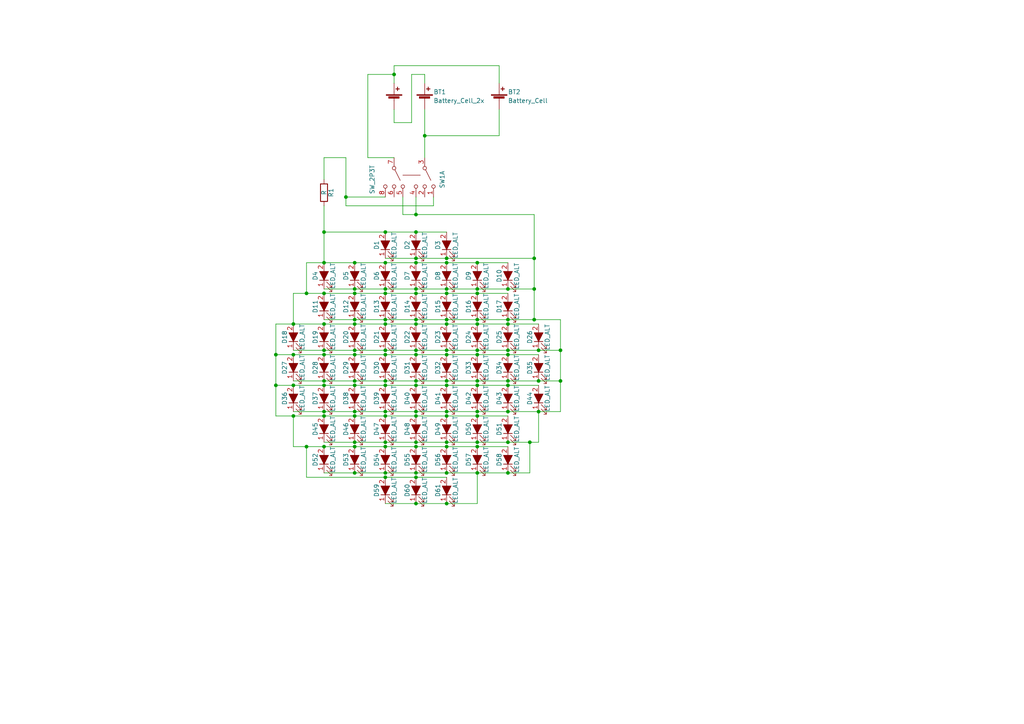
<source format=kicad_sch>
(kicad_sch (version 20231120) (generator "eeschema") (generator_version "8.0")
  (paper "A4")
  (lib_symbols
    (symbol "BitBadge-rescue:Battery_Cell" (pin_numbers hide) (pin_names (offset 0) hide)
      (property "Reference" "BT" (at 2.54 2.54 0))
      (property "Value" "Battery_Cell" (at 2.54 0 0))
      (symbol "Battery_Cell_0_1"
        (rectangle (start -2.286 1.778) (end 2.286 1.524) (fill (type outline)))
        (rectangle (start -1.5748 1.1938) (end 1.4732 0.6858) (fill (type outline)))
        (polyline (pts (xy 0 0.762) (xy 0 0)))
        (polyline (pts (xy 0 1.778) (xy 0 2.54)))
        (polyline (pts (xy 0.508 3.429) (xy 1.524 3.429)) (stroke (width 0.254)))
        (polyline (pts (xy 1.016 3.937) (xy 1.016 2.921)) (stroke (width 0.254)))
      )
      (symbol "Battery_Cell_1_1"
        (pin passive line (at 0 5.08 270) (length 2.54) (name "+") (number "1"))
        (pin passive line (at 0 -2.54 90) (length 2.54) (name "-") (number "2"))
      )
    )
    (symbol "BitBadge-rescue:Battery_Cell_2x" (pin_numbers hide) (pin_names (offset 0) hide)
      (property "Reference" "BT" (at 2.54 2.54 0))
      (property "Value" "Battery_Cell_2x" (at 2.54 0 0))
      (symbol "Battery_Cell_2x_0_1"
        (rectangle (start -11.176 1.778) (end -6.604 1.524) (fill (type outline)))
        (rectangle (start -10.4648 1.1938) (end -7.4168 0.6858) (fill (type outline)))
        (rectangle (start -2.286 1.778) (end 2.286 1.524) (fill (type outline)))
        (rectangle (start -1.5748 1.1938) (end 1.4732 0.6858) (fill (type outline)))
        (polyline (pts (xy -8.89 0.762) (xy -8.89 0)))
        (polyline (pts (xy -8.89 1.778) (xy -8.89 2.54)))
        (polyline (pts (xy -8.382 3.429) (xy -7.366 3.429)) (stroke (width 0.254)))
        (polyline (pts (xy -7.874 3.937) (xy -7.874 2.921)) (stroke (width 0.254)))
        (polyline (pts (xy 0 0.762) (xy 0 0)))
        (polyline (pts (xy 0 1.778) (xy 0 2.54)))
        (polyline (pts (xy 0.508 3.429) (xy 1.524 3.429)) (stroke (width 0.254)))
        (polyline (pts (xy 1.016 3.937) (xy 1.016 2.921)) (stroke (width 0.254)))
      )
      (symbol "Battery_Cell_2x_1_1"
        (pin passive line (at -8.89 5.08 270) (length 2.54) (name "+") (number "1"))
        (pin passive line (at -8.89 -2.54 90) (length 2.54) (name "-") (number "2"))
        (pin passive line (at 0 5.08 270) (length 2.54) (name "+") (number "3"))
        (pin passive line (at 0 -2.54 90) (length 2.54) (name "-") (number "4"))
      )
    )
    (symbol "BitBadge-rescue:LED_ALT" (pin_names (offset 1.016) hide)
      (property "Reference" "D" (at 0 2.54 0))
      (property "Value" "LED_ALT" (at 0 -2.54 0))
      (symbol "LED_ALT_0_1"
        (polyline (pts (xy -1.27 -1.27) (xy -1.27 1.27)) (stroke (width 0.2032)))
        (polyline (pts (xy -1.27 0) (xy 1.27 0)))
        (polyline (pts (xy 1.27 -1.27) (xy 1.27 1.27) (xy -1.27 0) (xy 1.27 -1.27)) (stroke (width 0.2032)) (fill (type outline)))
        (polyline (pts (xy -3.048 -0.762) (xy -4.572 -2.286) (xy -3.81 -2.286) (xy -4.572 -2.286) (xy -4.572 -1.524)))
        (polyline (pts (xy -1.778 -0.762) (xy -3.302 -2.286) (xy -2.54 -2.286) (xy -3.302 -2.286) (xy -3.302 -1.524)))
      )
      (symbol "LED_ALT_1_1"
        (pin passive line (at -3.81 0 0) (length 2.54) (name "K") (number "1"))
        (pin passive line (at 3.81 0 180) (length 2.54) (name "A") (number "2"))
      )
    )
    (symbol "BitBadge-rescue:R" (pin_numbers hide) (pin_names (offset 0))
      (property "Reference" "R" (at 2.032 0 90))
      (property "Value" "R" (at 0 0 90))
      (symbol "R_0_1"
        (rectangle (start -1.016 -2.54) (end 1.016 2.54) (stroke (width 0.254)))
      )
      (symbol "R_1_1"
        (pin passive line (at 0 3.81 270) (length 1.27) (name "~") (number "1"))
        (pin passive line (at 0 -3.81 90) (length 1.27) (name "~") (number "2"))
      )
    )
    (symbol "BitBadge-rescue:SW_2P3T" (pin_names (offset 0) hide)
      (property "Reference" "SW" (at 1.27 12.7 0))
      (property "Value" "SW_2P3T" (at 1.27 -7.62 0))
      (symbol "SW_2P3T_0_0"
        (circle (center -2.032 -1.27) (radius 0.508))
        (circle (center -2.032 7.62) (radius 0.508))
        (polyline (pts (xy -1.524 -1.016) (xy 1.524 0.508)))
        (polyline (pts (xy -1.524 7.874) (xy 1.524 9.398)))
        (circle (center 3.302 -3.81) (radius 0.508))
        (circle (center 3.302 -1.27) (radius 0.508))
        (circle (center 3.302 1.27) (radius 0.508))
        (circle (center 3.302 5.08) (radius 0.508))
        (circle (center 3.302 7.62) (radius 0.508))
        (circle (center 3.302 10.16) (radius 0.508))
      )
      (symbol "SW_2P3T_0_1"
        (polyline (pts (xy 0 6.35) (xy 0 1.27)))
      )
      (symbol "SW_2P3T_1_1"
        (pin passive line (at 6.35 10.16 180) (length 2.54) (name "1") (number "1"))
        (pin passive line (at 6.35 7.62 180) (length 2.54) (name "B") (number "2"))
        (pin passive line (at -5.08 7.62 0) (length 2.54) (name "3") (number "3"))
        (pin passive line (at 6.35 5.08 180) (length 2.54) (name "4") (number "4"))
        (pin passive line (at 6.35 1.27 180) (length 2.54) (name "5") (number "5"))
        (pin passive line (at 6.35 -1.27 180) (length 2.54) (name "6") (number "6"))
        (pin passive line (at -5.08 -1.27 0) (length 2.54) (name "7") (number "7"))
        (pin passive line (at 6.35 -3.81 180) (length 2.54) (name "8") (number "8"))
      )
      (symbol "SW_2P3T_2_1"
        (pin passive line (at -5.08 7.62 0) (length 2.54) (name "3") (number "3"))
        (pin passive line (at -5.08 -1.27 0) (length 2.54) (name "7") (number "3"))
        (pin passive line (at 6.35 10.16 180) (length 2.54) (name "1") (number "4"))
        (pin passive line (at 6.35 5.08 180) (length 2.54) (name "4") (number "4"))
        (pin passive line (at 6.35 1.27 180) (length 2.54) (name "5") (number "4"))
        (pin passive line (at 6.35 -1.27 180) (length 2.54) (name "6") (number "4"))
        (pin passive line (at 6.35 -3.81 180) (length 2.54) (name "8") (number "4"))
        (pin input line (at 6.35 7.62 180) (length 2.54) (name "B") (number "4"))
      )
    )
  )
  (junction (at 156.21 119.38))
  (junction (at 129.54 76.2))
  (junction (at 93.98 76.2))
  (junction (at 111.76 85.09))
  (junction (at 138.43 102.87))
  (junction (at 153.67 128.27))
  (junction (at 102.87 83.82))
  (junction (at 85.09 111.76))
  (junction (at 129.54 110.49))
  (junction (at 102.87 85.09))
  (junction (at 102.87 120.65))
  (junction (at 120.65 119.38))
  (junction (at 129.54 93.98))
  (junction (at 120.65 146.05))
  (junction (at 111.76 92.71))
  (junction (at 120.65 101.6))
  (junction (at 120.65 128.27))
  (junction (at 120.65 138.43))
  (junction (at 138.43 85.09))
  (junction (at 102.87 76.2))
  (junction (at 138.43 120.65))
  (junction (at 147.32 101.6))
  (junction (at 93.98 93.98))
  (junction (at 138.43 129.54))
  (junction (at 129.54 83.82))
  (junction (at 93.98 129.54))
  (junction (at 93.98 85.09))
  (junction (at 138.43 137.16))
  (junction (at 120.65 120.65))
  (junction (at 80.01 102.87))
  (junction (at 162.56 101.6))
  (junction (at 123.19 39.37))
  (junction (at 85.09 102.87))
  (junction (at 154.94 74.93))
  (junction (at 88.9 129.54))
  (junction (at 147.32 102.87))
  (junction (at 129.54 102.87))
  (junction (at 129.54 101.6))
  (junction (at 147.32 119.38))
  (junction (at 120.65 76.2))
  (junction (at 85.09 93.98))
  (junction (at 156.21 101.6))
  (junction (at 147.32 111.76))
  (junction (at 138.43 101.6))
  (junction (at 138.43 83.82))
  (junction (at 154.94 92.71))
  (junction (at 111.76 76.2))
  (junction (at 102.87 119.38))
  (junction (at 111.76 83.82))
  (junction (at 111.76 119.38))
  (junction (at 102.87 92.71))
  (junction (at 102.87 129.54))
  (junction (at 147.32 110.49))
  (junction (at 102.87 137.16))
  (junction (at 154.94 83.82))
  (junction (at 120.65 102.87))
  (junction (at 102.87 102.87))
  (junction (at 93.98 110.49))
  (junction (at 156.21 110.49))
  (junction (at 129.54 119.38))
  (junction (at 120.65 67.31))
  (junction (at 120.65 92.71))
  (junction (at 102.87 128.27))
  (junction (at 100.33 57.15))
  (junction (at 129.54 111.76))
  (junction (at 147.32 128.27))
  (junction (at 111.76 129.54))
  (junction (at 147.32 83.82))
  (junction (at 138.43 92.71))
  (junction (at 120.65 62.23))
  (junction (at 120.65 111.76))
  (junction (at 138.43 119.38))
  (junction (at 120.65 93.98))
  (junction (at 93.98 119.38))
  (junction (at 120.65 74.93))
  (junction (at 111.76 120.65))
  (junction (at 162.56 110.49))
  (junction (at 102.87 101.6))
  (junction (at 129.54 92.71))
  (junction (at 120.65 83.82))
  (junction (at 111.76 128.27))
  (junction (at 138.43 76.2))
  (junction (at 138.43 111.76))
  (junction (at 129.54 85.09))
  (junction (at 93.98 101.6))
  (junction (at 129.54 129.54))
  (junction (at 111.76 102.87))
  (junction (at 120.65 129.54))
  (junction (at 147.32 93.98))
  (junction (at 129.54 137.16))
  (junction (at 129.54 128.27))
  (junction (at 111.76 67.31))
  (junction (at 111.76 137.16))
  (junction (at 111.76 110.49))
  (junction (at 147.32 137.16))
  (junction (at 111.76 93.98))
  (junction (at 138.43 110.49))
  (junction (at 138.43 93.98))
  (junction (at 120.65 85.09))
  (junction (at 111.76 138.43))
  (junction (at 111.76 111.76))
  (junction (at 120.65 137.16))
  (junction (at 147.32 92.71))
  (junction (at 88.9 85.09))
  (junction (at 129.54 146.05))
  (junction (at 102.87 111.76))
  (junction (at 102.87 93.98))
  (junction (at 111.76 101.6))
  (junction (at 138.43 128.27))
  (junction (at 129.54 74.93))
  (junction (at 80.01 111.76))
  (junction (at 93.98 111.76))
  (junction (at 129.54 120.65))
  (junction (at 85.09 120.65))
  (junction (at 120.65 110.49))
  (junction (at 93.98 67.31))
  (junction (at 102.87 110.49))
  (junction (at 93.98 102.87))
  (junction (at 93.98 120.65))
  (junction (at 114.3 21.59))
  (wire (pts (xy 111.76 74.93) (xy 120.65 74.93)))
  (wire (pts (xy 106.68 45.72) (xy 106.68 21.59)))
  (wire (pts (xy 120.65 76.2) (xy 129.54 76.2)))
  (wire (pts (xy 93.98 76.2) (xy 102.87 76.2)))
  (wire (pts (xy 119.38 35.56) (xy 119.38 21.59)))
  (wire (pts (xy 129.54 83.82) (xy 120.65 83.82)))
  (wire (pts (xy 85.09 85.09) (xy 88.9 85.09)))
  (wire (pts (xy 116.84 57.15) (xy 116.84 62.23)))
  (wire (pts (xy 102.87 102.87) (xy 111.76 102.87)))
  (wire (pts (xy 129.54 128.27) (xy 138.43 128.27)))
  (wire (pts (xy 111.76 57.15) (xy 100.33 57.15)))
  (wire (pts (xy 114.3 19.05) (xy 144.78 19.05)))
  (wire (pts (xy 156.21 128.27) (xy 156.21 119.38)))
  (wire (pts (xy 144.78 31.75) (xy 144.78 39.37)))
  (wire (pts (xy 102.87 110.49) (xy 93.98 110.49)))
  (wire (pts (xy 120.65 57.15) (xy 120.65 62.23)))
  (wire (pts (xy 123.19 31.75) (xy 123.19 39.37)))
  (wire (pts (xy 93.98 45.72) (xy 93.98 52.07)))
  (wire (pts (xy 120.65 129.54) (xy 129.54 129.54)))
  (wire (pts (xy 93.98 129.54) (xy 102.87 129.54)))
  (wire (pts (xy 129.54 120.65) (xy 138.43 120.65)))
  (wire (pts (xy 100.33 45.72) (xy 93.98 45.72)))
  (wire (pts (xy 111.76 120.65) (xy 120.65 120.65)))
  (wire (pts (xy 111.76 146.05) (xy 120.65 146.05)))
  (wire (pts (xy 114.3 35.56) (xy 119.38 35.56)))
  (wire (pts (xy 111.76 119.38) (xy 102.87 119.38)))
  (wire (pts (xy 129.54 111.76) (xy 138.43 111.76)))
  (wire (pts (xy 147.32 128.27) (xy 153.67 128.27)))
  (wire (pts (xy 111.76 101.6) (xy 120.65 101.6)))
  (wire (pts (xy 120.65 62.23) (xy 154.94 62.23)))
  (wire (pts (xy 162.56 92.71) (xy 162.56 101.6)))
  (wire (pts (xy 120.65 110.49) (xy 111.76 110.49)))
  (wire (pts (xy 93.98 101.6) (xy 102.87 101.6)))
  (wire (pts (xy 85.09 120.65) (xy 93.98 120.65)))
  (wire (pts (xy 111.76 76.2) (xy 120.65 76.2)))
  (wire (pts (xy 88.9 76.2) (xy 93.98 76.2)))
  (wire (pts (xy 147.32 111.76) (xy 156.21 111.76)))
  (wire (pts (xy 138.43 102.87) (xy 147.32 102.87)))
  (wire (pts (xy 153.67 137.16) (xy 153.67 128.27)))
  (wire (pts (xy 93.98 67.31) (xy 93.98 76.2)))
  (wire (pts (xy 147.32 110.49) (xy 138.43 110.49)))
  (wire (pts (xy 111.76 128.27) (xy 120.65 128.27)))
  (wire (pts (xy 120.65 92.71) (xy 129.54 92.71)))
  (wire (pts (xy 138.43 129.54) (xy 147.32 129.54)))
  (wire (pts (xy 120.65 74.93) (xy 129.54 74.93)))
  (wire (pts (xy 123.19 21.59) (xy 123.19 24.13)))
  (wire (pts (xy 114.3 19.05) (xy 114.3 21.59)))
  (wire (pts (xy 120.65 128.27) (xy 129.54 128.27)))
  (wire (pts (xy 147.32 137.16) (xy 153.67 137.16)))
  (wire (pts (xy 93.98 137.16) (xy 102.87 137.16)))
  (wire (pts (xy 88.9 129.54) (xy 93.98 129.54)))
  (wire (pts (xy 129.54 110.49) (xy 120.65 110.49)))
  (wire (pts (xy 88.9 138.43) (xy 111.76 138.43)))
  (wire (pts (xy 129.54 85.09) (xy 138.43 85.09)))
  (wire (pts (xy 85.09 129.54) (xy 85.09 120.65)))
  (wire (pts (xy 111.76 110.49) (xy 102.87 110.49)))
  (wire (pts (xy 154.94 83.82) (xy 154.94 92.71)))
  (wire (pts (xy 111.76 93.98) (xy 120.65 93.98)))
  (wire (pts (xy 88.9 138.43) (xy 88.9 129.54)))
  (wire (pts (xy 80.01 120.65) (xy 85.09 120.65)))
  (wire (pts (xy 120.65 83.82) (xy 111.76 83.82)))
  (wire (pts (xy 80.01 111.76) (xy 85.09 111.76)))
  (wire (pts (xy 125.73 57.15) (xy 125.73 59.69)))
  (wire (pts (xy 154.94 74.93) (xy 154.94 83.82)))
  (wire (pts (xy 80.01 93.98) (xy 80.01 102.87)))
  (wire (pts (xy 93.98 128.27) (xy 102.87 128.27)))
  (wire (pts (xy 125.73 59.69) (xy 100.33 59.69)))
  (wire (pts (xy 120.65 138.43) (xy 129.54 138.43)))
  (wire (pts (xy 129.54 137.16) (xy 138.43 137.16)))
  (wire (pts (xy 138.43 146.05) (xy 138.43 137.16)))
  (wire (pts (xy 144.78 19.05) (xy 144.78 24.13)))
  (wire (pts (xy 93.98 110.49) (xy 85.09 110.49)))
  (wire (pts (xy 106.68 21.59) (xy 114.3 21.59)))
  (wire (pts (xy 129.54 92.71) (xy 138.43 92.71)))
  (wire (pts (xy 100.33 57.15) (xy 100.33 59.69)))
  (wire (pts (xy 156.21 101.6) (xy 162.56 101.6)))
  (wire (pts (xy 114.3 31.75) (xy 114.3 35.56)))
  (wire (pts (xy 93.98 102.87) (xy 102.87 102.87)))
  (wire (pts (xy 102.87 128.27) (xy 111.76 128.27)))
  (wire (pts (xy 111.76 102.87) (xy 120.65 102.87)))
  (wire (pts (xy 102.87 92.71) (xy 111.76 92.71)))
  (wire (pts (xy 106.68 45.72) (xy 114.3 45.72)))
  (wire (pts (xy 119.38 21.59) (xy 123.19 21.59)))
  (wire (pts (xy 88.9 85.09) (xy 93.98 85.09)))
  (wire (pts (xy 120.65 67.31) (xy 129.54 67.31)))
  (wire (pts (xy 100.33 45.72) (xy 100.33 57.15)))
  (wire (pts (xy 147.32 93.98) (xy 156.21 93.98)))
  (wire (pts (xy 111.76 111.76) (xy 120.65 111.76)))
  (wire (pts (xy 120.65 146.05) (xy 129.54 146.05)))
  (wire (pts (xy 138.43 128.27) (xy 147.32 128.27)))
  (wire (pts (xy 162.56 110.49) (xy 156.21 110.49)))
  (wire (pts (xy 154.94 83.82) (xy 147.32 83.82)))
  (wire (pts (xy 153.67 128.27) (xy 156.21 128.27)))
  (wire (pts (xy 102.87 120.65) (xy 111.76 120.65)))
  (wire (pts (xy 138.43 93.98) (xy 147.32 93.98)))
  (wire (pts (xy 138.43 85.09) (xy 147.32 85.09)))
  (wire (pts (xy 162.56 119.38) (xy 156.21 119.38)))
  (wire (pts (xy 162.56 101.6) (xy 162.56 110.49)))
  (wire (pts (xy 111.76 129.54) (xy 120.65 129.54)))
  (wire (pts (xy 111.76 137.16) (xy 120.65 137.16)))
  (wire (pts (xy 138.43 137.16) (xy 147.32 137.16)))
  (wire (pts (xy 120.65 137.16) (xy 129.54 137.16)))
  (wire (pts (xy 154.94 62.23) (xy 154.94 74.93)))
  (wire (pts (xy 93.98 92.71) (xy 102.87 92.71)))
  (wire (pts (xy 80.01 93.98) (xy 85.09 93.98)))
  (wire (pts (xy 93.98 67.31) (xy 111.76 67.31)))
  (wire (pts (xy 102.87 93.98) (xy 111.76 93.98)))
  (wire (pts (xy 129.54 76.2) (xy 138.43 76.2)))
  (wire (pts (xy 138.43 111.76) (xy 147.32 111.76)))
  (wire (pts (xy 85.09 101.6) (xy 93.98 101.6)))
  (wire (pts (xy 156.21 119.38) (xy 147.32 119.38)))
  (wire (pts (xy 144.78 39.37) (xy 123.19 39.37)))
  (wire (pts (xy 138.43 83.82) (xy 129.54 83.82)))
  (wire (pts (xy 93.98 119.38) (xy 85.09 119.38)))
  (wire (pts (xy 93.98 85.09) (xy 102.87 85.09)))
  (wire (pts (xy 80.01 111.76) (xy 80.01 120.65)))
  (wire (pts (xy 120.65 111.76) (xy 129.54 111.76)))
  (wire (pts (xy 111.76 92.71) (xy 120.65 92.71)))
  (wire (pts (xy 102.87 101.6) (xy 111.76 101.6)))
  (wire (pts (xy 93.98 111.76) (xy 102.87 111.76)))
  (wire (pts (xy 120.65 120.65) (xy 129.54 120.65)))
  (wire (pts (xy 80.01 102.87) (xy 85.09 102.87)))
  (wire (pts (xy 111.76 83.82) (xy 102.87 83.82)))
  (wire (pts (xy 138.43 120.65) (xy 147.32 120.65)))
  (wire (pts (xy 85.09 111.76) (xy 93.98 111.76)))
  (wire (pts (xy 88.9 85.09) (xy 88.9 76.2)))
  (wire (pts (xy 111.76 85.09) (xy 120.65 85.09)))
  (wire (pts (xy 154.94 92.71) (xy 162.56 92.71)))
  (wire (pts (xy 147.32 101.6) (xy 156.21 101.6)))
  (wire (pts (xy 138.43 110.49) (xy 129.54 110.49)))
  (wire (pts (xy 111.76 138.43) (xy 120.65 138.43)))
  (wire (pts (xy 123.19 39.37) (xy 123.19 45.72)))
  (wire (pts (xy 129.54 119.38) (xy 120.65 119.38)))
  (wire (pts (xy 120.65 85.09) (xy 129.54 85.09)))
  (wire (pts (xy 138.43 101.6) (xy 147.32 101.6)))
  (wire (pts (xy 129.54 74.93) (xy 154.94 74.93)))
  (wire (pts (xy 147.32 83.82) (xy 138.43 83.82)))
  (wire (pts (xy 129.54 146.05) (xy 138.43 146.05)))
  (wire (pts (xy 102.87 76.2) (xy 111.76 76.2)))
  (wire (pts (xy 102.87 129.54) (xy 111.76 129.54)))
  (wire (pts (xy 102.87 83.82) (xy 93.98 83.82)))
  (wire (pts (xy 80.01 102.87) (xy 80.01 111.76)))
  (wire (pts (xy 93.98 93.98) (xy 102.87 93.98)))
  (wire (pts (xy 102.87 85.09) (xy 111.76 85.09)))
  (wire (pts (xy 162.56 110.49) (xy 162.56 119.38)))
  (wire (pts (xy 156.21 110.49) (xy 147.32 110.49)))
  (wire (pts (xy 102.87 111.76) (xy 111.76 111.76)))
  (wire (pts (xy 93.98 120.65) (xy 102.87 120.65)))
  (wire (pts (xy 138.43 76.2) (xy 147.32 76.2)))
  (wire (pts (xy 93.98 59.69) (xy 93.98 67.31)))
  (wire (pts (xy 85.09 129.54) (xy 88.9 129.54)))
  (wire (pts (xy 138.43 92.71) (xy 147.32 92.71)))
  (wire (pts (xy 120.65 101.6) (xy 129.54 101.6)))
  (wire (pts (xy 85.09 85.09) (xy 85.09 93.98)))
  (wire (pts (xy 147.32 119.38) (xy 138.43 119.38)))
  (wire (pts (xy 129.54 129.54) (xy 138.43 129.54)))
  (wire (pts (xy 138.43 119.38) (xy 129.54 119.38)))
  (wire (pts (xy 85.09 102.87) (xy 93.98 102.87)))
  (wire (pts (xy 120.65 119.38) (xy 111.76 119.38)))
  (wire (pts (xy 147.32 102.87) (xy 156.21 102.87)))
  (wire (pts (xy 102.87 137.16) (xy 111.76 137.16)))
  (wire (pts (xy 129.54 102.87) (xy 138.43 102.87)))
  (wire (pts (xy 129.54 93.98) (xy 138.43 93.98)))
  (wire (pts (xy 120.65 93.98) (xy 129.54 93.98)))
  (wire (pts (xy 114.3 21.59) (xy 114.3 24.13)))
  (wire (pts (xy 147.32 92.71) (xy 154.94 92.71)))
  (wire (pts (xy 102.87 119.38) (xy 93.98 119.38)))
  (wire (pts (xy 116.84 62.23) (xy 120.65 62.23)))
  (wire (pts (xy 85.09 93.98) (xy 93.98 93.98)))
  (wire (pts (xy 120.65 102.87) (xy 129.54 102.87)))
  (wire (pts (xy 129.54 101.6) (xy 138.43 101.6)))
  (wire (pts (xy 111.76 67.31) (xy 120.65 67.31)))
  (symbol (lib_name "BitBadge-rescue:Battery_Cell_2x") (lib_id "BitBadge-rescue:Battery_Cell_2x") (at 123.19 29.21 0) (unit 1)
    (property "Reference" "BT1" (at 125.73 26.67 0) (effects (justify left)))
    (property "Value" "Battery_Cell_2x" (at 125.73 29.21 0) (effects (justify left)))
    (property "Footprint" "GaudiLabsFootPrints:BAT_HOLDER_AAA_DOUBLE_BITBADGE" (effects (hide yes)))
  )
  (symbol (lib_name "BitBadge-rescue:LED_ALT") (lib_id "BitBadge-rescue:LED_ALT") (at 93.98 80.01 90) (unit 1)
    (property "Reference" "D4" (at 91.44 80.01 0))
    (property "Value" "LED_ALT" (at 96.52 80.01 0))
    (property "Footprint" "GaudiLabsFootPrints:TopLed_BitBadge" (effects (hide yes)))
  )
  (symbol (lib_name "BitBadge-rescue:LED_ALT") (lib_id "BitBadge-rescue:LED_ALT") (at 102.87 80.01 90) (unit 1)
    (property "Reference" "D5" (at 100.33 80.01 0))
    (property "Value" "LED_ALT" (at 105.41 80.01 0))
    (property "Footprint" "GaudiLabsFootPrints:TopLed_BitBadge" (effects (hide yes)))
  )
  (symbol (lib_name "BitBadge-rescue:LED_ALT") (lib_id "BitBadge-rescue:LED_ALT") (at 111.76 80.01 90) (unit 1)
    (property "Reference" "D6" (at 109.22 80.01 0))
    (property "Value" "LED_ALT" (at 114.3 80.01 0))
    (property "Footprint" "GaudiLabsFootPrints:TopLed_BitBadge" (effects (hide yes)))
  )
  (symbol (lib_name "BitBadge-rescue:LED_ALT") (lib_id "BitBadge-rescue:LED_ALT") (at 120.65 80.01 90) (unit 1)
    (property "Reference" "D7" (at 118.11 80.01 0))
    (property "Value" "LED_ALT" (at 123.19 80.01 0))
    (property "Footprint" "GaudiLabsFootPrints:TopLed_BitBadge" (effects (hide yes)))
  )
  (symbol (lib_name "BitBadge-rescue:LED_ALT") (lib_id "BitBadge-rescue:LED_ALT") (at 129.54 80.01 90) (unit 1)
    (property "Reference" "D8" (at 127 80.01 0))
    (property "Value" "LED_ALT" (at 132.08 80.01 0))
    (property "Footprint" "GaudiLabsFootPrints:TopLed_BitBadge" (effects (hide yes)))
  )
  (symbol (lib_name "BitBadge-rescue:LED_ALT") (lib_id "BitBadge-rescue:LED_ALT") (at 138.43 80.01 90) (unit 1)
    (property "Reference" "D9" (at 135.89 80.01 0))
    (property "Value" "LED_ALT" (at 140.97 80.01 0))
    (property "Footprint" "GaudiLabsFootPrints:TopLed_BitBadge" (effects (hide yes)))
  )
  (symbol (lib_name "BitBadge-rescue:LED_ALT") (lib_id "BitBadge-rescue:LED_ALT") (at 111.76 71.12 90) (unit 1)
    (property "Reference" "D1" (at 109.22 71.12 0))
    (property "Value" "LED_ALT" (at 114.3 71.12 0))
    (property "Footprint" "GaudiLabsFootPrints:TopLed_BitBadge" (effects (hide yes)))
  )
  (symbol (lib_name "BitBadge-rescue:LED_ALT") (lib_id "BitBadge-rescue:LED_ALT") (at 120.65 71.12 90) (unit 1)
    (property "Reference" "D2" (at 118.11 71.12 0))
    (property "Value" "LED_ALT" (at 123.19 71.12 0))
    (property "Footprint" "GaudiLabsFootPrints:TopLed_BitBadge" (effects (hide yes)))
  )
  (symbol (lib_name "BitBadge-rescue:LED_ALT") (lib_id "BitBadge-rescue:LED_ALT") (at 129.54 71.12 90) (unit 1)
    (property "Reference" "D3" (at 127 71.12 0))
    (property "Value" "LED_ALT" (at 132.08 71.12 0))
    (property "Footprint" "GaudiLabsFootPrints:TopLed_BitBadge" (effects (hide yes)))
  )
  (symbol (lib_name "BitBadge-rescue:LED_ALT") (lib_id "BitBadge-rescue:LED_ALT") (at 147.32 80.01 90) (unit 1)
    (property "Reference" "D10" (at 144.78 80.01 0))
    (property "Value" "LED_ALT" (at 149.86 80.01 0))
    (property "Footprint" "GaudiLabsFootPrints:TopLed_BitBadge" (effects (hide yes)))
  )
  (symbol (lib_name "BitBadge-rescue:LED_ALT") (lib_id "BitBadge-rescue:LED_ALT") (at 93.98 88.9 90) (unit 1)
    (property "Reference" "D11" (at 91.44 88.9 0))
    (property "Value" "LED_ALT" (at 96.52 88.9 0))
    (property "Footprint" "GaudiLabsFootPrints:TopLed_BitBadge" (effects (hide yes)))
  )
  (symbol (lib_name "BitBadge-rescue:LED_ALT") (lib_id "BitBadge-rescue:LED_ALT") (at 102.87 88.9 90) (unit 1)
    (property "Reference" "D12" (at 100.33 88.9 0))
    (property "Value" "LED_ALT" (at 105.41 88.9 0))
    (property "Footprint" "GaudiLabsFootPrints:TopLed_BitBadge" (effects (hide yes)))
  )
  (symbol (lib_name "BitBadge-rescue:LED_ALT") (lib_id "BitBadge-rescue:LED_ALT") (at 111.76 88.9 90) (unit 1)
    (property "Reference" "D13" (at 109.22 88.9 0))
    (property "Value" "LED_ALT" (at 114.3 88.9 0))
    (property "Footprint" "GaudiLabsFootPrints:TopLed_BitBadge" (effects (hide yes)))
  )
  (symbol (lib_name "BitBadge-rescue:LED_ALT") (lib_id "BitBadge-rescue:LED_ALT") (at 120.65 88.9 90) (unit 1)
    (property "Reference" "D14" (at 118.11 88.9 0))
    (property "Value" "LED_ALT" (at 123.19 88.9 0))
    (property "Footprint" "GaudiLabsFootPrints:TopLed_BitBadge" (effects (hide yes)))
  )
  (symbol (lib_name "BitBadge-rescue:LED_ALT") (lib_id "BitBadge-rescue:LED_ALT") (at 129.54 88.9 90) (unit 1)
    (property "Reference" "D15" (at 127 88.9 0))
    (property "Value" "LED_ALT" (at 132.08 88.9 0))
    (property "Footprint" "GaudiLabsFootPrints:TopLed_BitBadge" (effects (hide yes)))
  )
  (symbol (lib_name "BitBadge-rescue:LED_ALT") (lib_id "BitBadge-rescue:LED_ALT") (at 138.43 88.9 90) (unit 1)
    (property "Reference" "D16" (at 135.89 88.9 0))
    (property "Value" "LED_ALT" (at 140.97 88.9 0))
    (property "Footprint" "GaudiLabsFootPrints:TopLed_BitBadge" (effects (hide yes)))
  )
  (symbol (lib_name "BitBadge-rescue:LED_ALT") (lib_id "BitBadge-rescue:LED_ALT") (at 147.32 88.9 90) (unit 1)
    (property "Reference" "D17" (at 144.78 88.9 0))
    (property "Value" "LED_ALT" (at 149.86 88.9 0))
    (property "Footprint" "GaudiLabsFootPrints:TopLed_BitBadge" (effects (hide yes)))
  )
  (symbol (lib_name "BitBadge-rescue:LED_ALT") (lib_id "BitBadge-rescue:LED_ALT") (at 85.09 97.79 90) (unit 1)
    (property "Reference" "D18" (at 82.55 97.79 0))
    (property "Value" "LED_ALT" (at 87.63 97.79 0))
    (property "Footprint" "GaudiLabsFootPrints:TopLed_BitBadge" (effects (hide yes)))
  )
  (symbol (lib_name "BitBadge-rescue:LED_ALT") (lib_id "BitBadge-rescue:LED_ALT") (at 93.98 97.79 90) (unit 1)
    (property "Reference" "D19" (at 91.44 97.79 0))
    (property "Value" "LED_ALT" (at 96.52 97.79 0))
    (property "Footprint" "GaudiLabsFootPrints:TopLed_BitBadge" (effects (hide yes)))
  )
  (symbol (lib_name "BitBadge-rescue:LED_ALT") (lib_id "BitBadge-rescue:LED_ALT") (at 102.87 97.79 90) (unit 1)
    (property "Reference" "D20" (at 100.33 97.79 0))
    (property "Value" "LED_ALT" (at 105.41 97.79 0))
    (property "Footprint" "GaudiLabsFootPrints:TopLed_BitBadge" (effects (hide yes)))
  )
  (symbol (lib_name "BitBadge-rescue:LED_ALT") (lib_id "BitBadge-rescue:LED_ALT") (at 111.76 97.79 90) (unit 1)
    (property "Reference" "D21" (at 109.22 97.79 0))
    (property "Value" "LED_ALT" (at 114.3 97.79 0))
    (property "Footprint" "GaudiLabsFootPrints:TopLed_BitBadge" (effects (hide yes)))
  )
  (symbol (lib_name "BitBadge-rescue:LED_ALT") (lib_id "BitBadge-rescue:LED_ALT") (at 120.65 97.79 90) (unit 1)
    (property "Reference" "D22" (at 118.11 97.79 0))
    (property "Value" "LED_ALT" (at 123.19 97.79 0))
    (property "Footprint" "GaudiLabsFootPrints:TopLed_BitBadge" (effects (hide yes)))
  )
  (symbol (lib_name "BitBadge-rescue:LED_ALT") (lib_id "BitBadge-rescue:LED_ALT") (at 129.54 97.79 90) (unit 1)
    (property "Reference" "D23" (at 127 97.79 0))
    (property "Value" "LED_ALT" (at 132.08 97.79 0))
    (property "Footprint" "GaudiLabsFootPrints:TopLed_BitBadge" (effects (hide yes)))
  )
  (symbol (lib_name "BitBadge-rescue:LED_ALT") (lib_id "BitBadge-rescue:LED_ALT") (at 138.43 97.79 90) (unit 1)
    (property "Reference" "D24" (at 135.89 97.79 0))
    (property "Value" "LED_ALT" (at 140.97 97.79 0))
    (property "Footprint" "GaudiLabsFootPrints:TopLed_BitBadge" (effects (hide yes)))
  )
  (symbol (lib_name "BitBadge-rescue:LED_ALT") (lib_id "BitBadge-rescue:LED_ALT") (at 147.32 97.79 90) (unit 1)
    (property "Reference" "D25" (at 144.78 97.79 0))
    (property "Value" "LED_ALT" (at 149.86 97.79 0))
    (property "Footprint" "GaudiLabsFootPrints:TopLed_BitBadge" (effects (hide yes)))
  )
  (symbol (lib_name "BitBadge-rescue:LED_ALT") (lib_id "BitBadge-rescue:LED_ALT") (at 156.21 97.79 90) (unit 1)
    (property "Reference" "D26" (at 153.67 97.79 0))
    (property "Value" "LED_ALT" (at 158.75 97.79 0))
    (property "Footprint" "GaudiLabsFootPrints:TopLed_BitBadge" (effects (hide yes)))
  )
  (symbol (lib_name "BitBadge-rescue:LED_ALT") (lib_id "BitBadge-rescue:LED_ALT") (at 85.09 106.68 90) (unit 1)
    (property "Reference" "D27" (at 82.55 106.68 0))
    (property "Value" "LED_ALT" (at 87.63 106.68 0))
    (property "Footprint" "GaudiLabsFootPrints:TopLed_BitBadge" (effects (hide yes)))
  )
  (symbol (lib_name "BitBadge-rescue:LED_ALT") (lib_id "BitBadge-rescue:LED_ALT") (at 93.98 106.68 90) (unit 1)
    (property "Reference" "D28" (at 91.44 106.68 0))
    (property "Value" "LED_ALT" (at 96.52 106.68 0))
    (property "Footprint" "GaudiLabsFootPrints:TopLed_BitBadge" (effects (hide yes)))
  )
  (symbol (lib_name "BitBadge-rescue:LED_ALT") (lib_id "BitBadge-rescue:LED_ALT") (at 102.87 106.68 90) (unit 1)
    (property "Reference" "D29" (at 100.33 106.68 0))
    (property "Value" "LED_ALT" (at 105.41 106.68 0))
    (property "Footprint" "GaudiLabsFootPrints:TopLed_BitBadge" (effects (hide yes)))
  )
  (symbol (lib_name "BitBadge-rescue:LED_ALT") (lib_id "BitBadge-rescue:LED_ALT") (at 111.76 106.68 90) (unit 1)
    (property "Reference" "D30" (at 109.22 106.68 0))
    (property "Value" "LED_ALT" (at 114.3 106.68 0))
    (property "Footprint" "GaudiLabsFootPrints:TopLed_BitBadge" (effects (hide yes)))
  )
  (symbol (lib_name "BitBadge-rescue:LED_ALT") (lib_id "BitBadge-rescue:LED_ALT") (at 120.65 106.68 90) (unit 1)
    (property "Reference" "D31" (at 118.11 106.68 0))
    (property "Value" "LED_ALT" (at 123.19 106.68 0))
    (property "Footprint" "GaudiLabsFootPrints:TopLed_BitBadge" (effects (hide yes)))
  )
  (symbol (lib_name "BitBadge-rescue:LED_ALT") (lib_id "BitBadge-rescue:LED_ALT") (at 129.54 106.68 90) (unit 1)
    (property "Reference" "D32" (at 127 106.68 0))
    (property "Value" "LED_ALT" (at 132.08 106.68 0))
    (property "Footprint" "GaudiLabsFootPrints:TopLed_BitBadge" (effects (hide yes)))
  )
  (symbol (lib_name "BitBadge-rescue:LED_ALT") (lib_id "BitBadge-rescue:LED_ALT") (at 138.43 106.68 90) (unit 1)
    (property "Reference" "D33" (at 135.89 106.68 0))
    (property "Value" "LED_ALT" (at 140.97 106.68 0))
    (property "Footprint" "GaudiLabsFootPrints:TopLed_BitBadge" (effects (hide yes)))
  )
  (symbol (lib_name "BitBadge-rescue:LED_ALT") (lib_id "BitBadge-rescue:LED_ALT") (at 147.32 106.68 90) (unit 1)
    (property "Reference" "D34" (at 144.78 106.68 0))
    (property "Value" "LED_ALT" (at 149.86 106.68 0))
    (property "Footprint" "GaudiLabsFootPrints:TopLed_BitBadge" (effects (hide yes)))
  )
  (symbol (lib_name "BitBadge-rescue:LED_ALT") (lib_id "BitBadge-rescue:LED_ALT") (at 156.21 106.68 90) (unit 1)
    (property "Reference" "D35" (at 153.67 106.68 0))
    (property "Value" "LED_ALT" (at 158.75 106.68 0))
    (property "Footprint" "GaudiLabsFootPrints:TopLed_BitBadge" (effects (hide yes)))
  )
  (symbol (lib_name "BitBadge-rescue:LED_ALT") (lib_id "BitBadge-rescue:LED_ALT") (at 85.09 115.57 90) (unit 1)
    (property "Reference" "D36" (at 82.55 115.57 0))
    (property "Value" "LED_ALT" (at 87.63 115.57 0))
    (property "Footprint" "GaudiLabsFootPrints:TopLed_BitBadge" (effects (hide yes)))
  )
  (symbol (lib_name "BitBadge-rescue:LED_ALT") (lib_id "BitBadge-rescue:LED_ALT") (at 93.98 115.57 90) (unit 1)
    (property "Reference" "D37" (at 91.44 115.57 0))
    (property "Value" "LED_ALT" (at 96.52 115.57 0))
    (property "Footprint" "GaudiLabsFootPrints:TopLed_BitBadge" (effects (hide yes)))
  )
  (symbol (lib_name "BitBadge-rescue:LED_ALT") (lib_id "BitBadge-rescue:LED_ALT") (at 102.87 115.57 90) (unit 1)
    (property "Reference" "D38" (at 100.33 115.57 0))
    (property "Value" "LED_ALT" (at 105.41 115.57 0))
    (property "Footprint" "GaudiLabsFootPrints:TopLed_BitBadge" (effects (hide yes)))
  )
  (symbol (lib_name "BitBadge-rescue:LED_ALT") (lib_id "BitBadge-rescue:LED_ALT") (at 111.76 115.57 90) (unit 1)
    (property "Reference" "D39" (at 109.22 115.57 0))
    (property "Value" "LED_ALT" (at 114.3 115.57 0))
    (property "Footprint" "GaudiLabsFootPrints:TopLed_BitBadge" (effects (hide yes)))
  )
  (symbol (lib_name "BitBadge-rescue:LED_ALT") (lib_id "BitBadge-rescue:LED_ALT") (at 120.65 115.57 90) (unit 1)
    (property "Reference" "D40" (at 118.11 115.57 0))
    (property "Value" "LED_ALT" (at 123.19 115.57 0))
    (property "Footprint" "GaudiLabsFootPrints:TopLed_BitBadge" (effects (hide yes)))
  )
  (symbol (lib_name "BitBadge-rescue:LED_ALT") (lib_id "BitBadge-rescue:LED_ALT") (at 129.54 115.57 90) (unit 1)
    (property "Reference" "D41" (at 127 115.57 0))
    (property "Value" "LED_ALT" (at 132.08 115.57 0))
    (property "Footprint" "GaudiLabsFootPrints:TopLed_BitBadge" (effects (hide yes)))
  )
  (symbol (lib_name "BitBadge-rescue:LED_ALT") (lib_id "BitBadge-rescue:LED_ALT") (at 138.43 115.57 90) (unit 1)
    (property "Reference" "D42" (at 135.89 115.57 0))
    (property "Value" "LED_ALT" (at 140.97 115.57 0))
    (property "Footprint" "GaudiLabsFootPrints:TopLed_BitBadge" (effects (hide yes)))
  )
  (symbol (lib_name "BitBadge-rescue:LED_ALT") (lib_id "BitBadge-rescue:LED_ALT") (at 147.32 115.57 90) (unit 1)
    (property "Reference" "D43" (at 144.78 115.57 0))
    (property "Value" "LED_ALT" (at 149.86 115.57 0))
    (property "Footprint" "GaudiLabsFootPrints:TopLed_BitBadge" (effects (hide yes)))
  )
  (symbol (lib_name "BitBadge-rescue:LED_ALT") (lib_id "BitBadge-rescue:LED_ALT") (at 156.21 115.57 90) (unit 1)
    (property "Reference" "D44" (at 153.67 115.57 0))
    (property "Value" "LED_ALT" (at 158.75 115.57 0))
    (property "Footprint" "GaudiLabsFootPrints:TopLed_BitBadge" (effects (hide yes)))
  )
  (symbol (lib_name "BitBadge-rescue:LED_ALT") (lib_id "BitBadge-rescue:LED_ALT") (at 93.98 124.46 90) (unit 1)
    (property "Reference" "D45" (at 91.44 124.46 0))
    (property "Value" "LED_ALT" (at 96.52 124.46 0))
    (property "Footprint" "GaudiLabsFootPrints:TopLed_BitBadge" (effects (hide yes)))
  )
  (symbol (lib_name "BitBadge-rescue:LED_ALT") (lib_id "BitBadge-rescue:LED_ALT") (at 102.87 124.46 90) (unit 1)
    (property "Reference" "D46" (at 100.33 124.46 0))
    (property "Value" "LED_ALT" (at 105.41 124.46 0))
    (property "Footprint" "GaudiLabsFootPrints:TopLed_BitBadge" (effects (hide yes)))
  )
  (symbol (lib_name "BitBadge-rescue:LED_ALT") (lib_id "BitBadge-rescue:LED_ALT") (at 111.76 124.46 90) (unit 1)
    (property "Reference" "D47" (at 109.22 124.46 0))
    (property "Value" "LED_ALT" (at 114.3 124.46 0))
    (property "Footprint" "GaudiLabsFootPrints:TopLed_BitBadge" (effects (hide yes)))
  )
  (symbol (lib_name "BitBadge-rescue:LED_ALT") (lib_id "BitBadge-rescue:LED_ALT") (at 120.65 124.46 90) (unit 1)
    (property "Reference" "D48" (at 118.11 124.46 0))
    (property "Value" "LED_ALT" (at 123.19 124.46 0))
    (property "Footprint" "GaudiLabsFootPrints:TopLed_BitBadge" (effects (hide yes)))
  )
  (symbol (lib_name "BitBadge-rescue:LED_ALT") (lib_id "BitBadge-rescue:LED_ALT") (at 129.54 124.46 90) (unit 1)
    (property "Reference" "D49" (at 127 124.46 0))
    (property "Value" "LED_ALT" (at 132.08 124.46 0))
    (property "Footprint" "GaudiLabsFootPrints:TopLed_BitBadge" (effects (hide yes)))
  )
  (symbol (lib_name "BitBadge-rescue:LED_ALT") (lib_id "BitBadge-rescue:LED_ALT") (at 138.43 124.46 90) (unit 1)
    (property "Reference" "D50" (at 135.89 124.46 0))
    (property "Value" "LED_ALT" (at 140.97 124.46 0))
    (property "Footprint" "GaudiLabsFootPrints:TopLed_BitBadge" (effects (hide yes)))
  )
  (symbol (lib_name "BitBadge-rescue:LED_ALT") (lib_id "BitBadge-rescue:LED_ALT") (at 147.32 124.46 90) (unit 1)
    (property "Reference" "D51" (at 144.78 124.46 0))
    (property "Value" "LED_ALT" (at 149.86 124.46 0))
    (property "Footprint" "GaudiLabsFootPrints:TopLed_BitBadge" (effects (hide yes)))
  )
  (symbol (lib_name "BitBadge-rescue:LED_ALT") (lib_id "BitBadge-rescue:LED_ALT") (at 93.98 133.35 90) (unit 1)
    (property "Reference" "D52" (at 91.44 133.35 0))
    (property "Value" "LED_ALT" (at 96.52 133.35 0))
    (property "Footprint" "GaudiLabsFootPrints:TopLed_BitBadge" (effects (hide yes)))
  )
  (symbol (lib_name "BitBadge-rescue:LED_ALT") (lib_id "BitBadge-rescue:LED_ALT") (at 102.87 133.35 90) (unit 1)
    (property "Reference" "D53" (at 100.33 133.35 0))
    (property "Value" "LED_ALT" (at 105.41 133.35 0))
    (property "Footprint" "GaudiLabsFootPrints:TopLed_BitBadge" (effects (hide yes)))
  )
  (symbol (lib_name "BitBadge-rescue:LED_ALT") (lib_id "BitBadge-rescue:LED_ALT") (at 111.76 133.35 90) (unit 1)
    (property "Reference" "D54" (at 109.22 133.35 0))
    (property "Value" "LED_ALT" (at 114.3 133.35 0))
    (property "Footprint" "GaudiLabsFootPrints:TopLed_BitBadge" (effects (hide yes)))
  )
  (symbol (lib_name "BitBadge-rescue:LED_ALT") (lib_id "BitBadge-rescue:LED_ALT") (at 120.65 133.35 90) (unit 1)
    (property "Reference" "D55" (at 118.11 133.35 0))
    (property "Value" "LED_ALT" (at 123.19 133.35 0))
    (property "Footprint" "GaudiLabsFootPrints:TopLed_BitBadge" (effects (hide yes)))
  )
  (symbol (lib_name "BitBadge-rescue:LED_ALT") (lib_id "BitBadge-rescue:LED_ALT") (at 129.54 133.35 90) (unit 1)
    (property "Reference" "D56" (at 127 133.35 0))
    (property "Value" "LED_ALT" (at 132.08 133.35 0))
    (property "Footprint" "GaudiLabsFootPrints:TopLed_BitBadge" (effects (hide yes)))
  )
  (symbol (lib_name "BitBadge-rescue:LED_ALT") (lib_id "BitBadge-rescue:LED_ALT") (at 138.43 133.35 90) (unit 1)
    (property "Reference" "D57" (at 135.89 133.35 0))
    (property "Value" "LED_ALT" (at 140.97 133.35 0))
    (property "Footprint" "GaudiLabsFootPrints:TopLed_BitBadge" (effects (hide yes)))
  )
  (symbol (lib_name "BitBadge-rescue:LED_ALT") (lib_id "BitBadge-rescue:LED_ALT") (at 147.32 133.35 90) (unit 1)
    (property "Reference" "D58" (at 144.78 133.35 0))
    (property "Value" "LED_ALT" (at 149.86 133.35 0))
    (property "Footprint" "GaudiLabsFootPrints:TopLed_BitBadge" (effects (hide yes)))
  )
  (symbol (lib_name "BitBadge-rescue:LED_ALT") (lib_id "BitBadge-rescue:LED_ALT") (at 111.76 142.24 90) (unit 1)
    (property "Reference" "D59" (at 109.22 142.24 0))
    (property "Value" "LED_ALT" (at 114.3 142.24 0))
    (property "Footprint" "GaudiLabsFootPrints:TopLed_BitBadge" (effects (hide yes)))
  )
  (symbol (lib_name "BitBadge-rescue:LED_ALT") (lib_id "BitBadge-rescue:LED_ALT") (at 120.65 142.24 90) (unit 1)
    (property "Reference" "D60" (at 118.11 142.24 0))
    (property "Value" "LED_ALT" (at 123.19 142.24 0))
    (property "Footprint" "GaudiLabsFootPrints:TopLed_BitBadge" (effects (hide yes)))
  )
  (symbol (lib_name "BitBadge-rescue:LED_ALT") (lib_id "BitBadge-rescue:LED_ALT") (at 129.54 142.24 90) (unit 1)
    (property "Reference" "D61" (at 127 142.24 0))
    (property "Value" "LED_ALT" (at 132.08 142.24 0))
    (property "Footprint" "GaudiLabsFootPrints:TopLed_BitBadge" (effects (hide yes)))
  )
  (symbol (lib_name "BitBadge-rescue:Battery_Cell") (lib_id "BitBadge-rescue:Battery_Cell") (at 144.78 29.21 0) (unit 1)
    (property "Reference" "BT2" (at 147.32 26.67 0) (effects (justify left)))
    (property "Value" "Battery_Cell" (at 147.32 29.21 0) (effects (justify left)))
    (property "Footprint" "GaudiLabsFootPrints:CR2032_Holder" (effects (hide yes)))
  )
  (symbol (lib_name "BitBadge-rescue:R") (lib_id "BitBadge-rescue:R") (at 93.98 55.88 0) (unit 1)
    (property "Reference" "R1" (at 96.012 55.88 90))
    (property "Value" "R" (at 93.98 55.88 90))
    (property "Footprint" "Resistors_SMD:R_1210_HandSoldering" (effects (hide yes)))
  )
  (symbol (lib_name "BitBadge-rescue:SW_2P3T") (lib_id "BitBadge-rescue:SW_2P3T") (at 115.57 50.8 270) (unit 1)
    (property "Reference" "SW1" (at 128.27 52.07 0))
    (property "Value" "SW_2P3T" (at 107.95 52.07 0))
    (property "Footprint" "GaudiLabsFootPrints:SWITCH_MSS23D19" (effects (hide yes)))
  )
)
</source>
